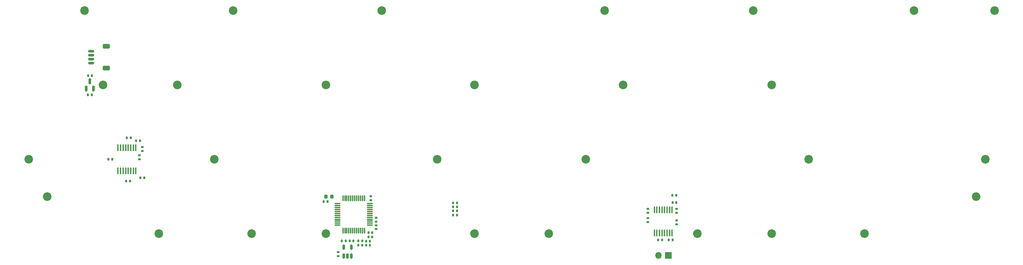
<source format=gbr>
%TF.GenerationSoftware,KiCad,Pcbnew,8.0.8*%
%TF.CreationDate,2025-05-05T21:28:19+02:00*%
%TF.ProjectId,ampersand,616d7065-7273-4616-9e64-2e6b69636164,rev?*%
%TF.SameCoordinates,Original*%
%TF.FileFunction,Soldermask,Bot*%
%TF.FilePolarity,Negative*%
%FSLAX46Y46*%
G04 Gerber Fmt 4.6, Leading zero omitted, Abs format (unit mm)*
G04 Created by KiCad (PCBNEW 8.0.8) date 2025-05-05 21:28:19*
%MOMM*%
%LPD*%
G01*
G04 APERTURE LIST*
G04 Aperture macros list*
%AMRoundRect*
0 Rectangle with rounded corners*
0 $1 Rounding radius*
0 $2 $3 $4 $5 $6 $7 $8 $9 X,Y pos of 4 corners*
0 Add a 4 corners polygon primitive as box body*
4,1,4,$2,$3,$4,$5,$6,$7,$8,$9,$2,$3,0*
0 Add four circle primitives for the rounded corners*
1,1,$1+$1,$2,$3*
1,1,$1+$1,$4,$5*
1,1,$1+$1,$6,$7*
1,1,$1+$1,$8,$9*
0 Add four rect primitives between the rounded corners*
20,1,$1+$1,$2,$3,$4,$5,0*
20,1,$1+$1,$4,$5,$6,$7,0*
20,1,$1+$1,$6,$7,$8,$9,0*
20,1,$1+$1,$8,$9,$2,$3,0*%
G04 Aperture macros list end*
%ADD10C,2.200000*%
%ADD11RoundRect,0.140000X-0.140000X-0.170000X0.140000X-0.170000X0.140000X0.170000X-0.140000X0.170000X0*%
%ADD12RoundRect,0.135000X-0.135000X-0.185000X0.135000X-0.185000X0.135000X0.185000X-0.135000X0.185000X0*%
%ADD13RoundRect,0.150000X0.150000X-0.512500X0.150000X0.512500X-0.150000X0.512500X-0.150000X-0.512500X0*%
%ADD14RoundRect,0.135000X0.185000X-0.135000X0.185000X0.135000X-0.185000X0.135000X-0.185000X-0.135000X0*%
%ADD15RoundRect,0.150000X0.150000X-0.587500X0.150000X0.587500X-0.150000X0.587500X-0.150000X-0.587500X0*%
%ADD16RoundRect,0.135000X-0.185000X0.135000X-0.185000X-0.135000X0.185000X-0.135000X0.185000X0.135000X0*%
%ADD17R,0.419100X1.778000*%
%ADD18RoundRect,0.225000X0.225000X0.250000X-0.225000X0.250000X-0.225000X-0.250000X0.225000X-0.250000X0*%
%ADD19RoundRect,0.140000X0.140000X0.170000X-0.140000X0.170000X-0.140000X-0.170000X0.140000X-0.170000X0*%
%ADD20RoundRect,0.140000X0.170000X-0.140000X0.170000X0.140000X-0.170000X0.140000X-0.170000X-0.140000X0*%
%ADD21RoundRect,0.135000X0.135000X0.185000X-0.135000X0.185000X-0.135000X-0.185000X0.135000X-0.185000X0*%
%ADD22RoundRect,0.140000X-0.170000X0.140000X-0.170000X-0.140000X0.170000X-0.140000X0.170000X0.140000X0*%
%ADD23R,1.700000X1.700000*%
%ADD24O,1.700000X1.700000*%
%ADD25RoundRect,0.150000X-0.625000X0.150000X-0.625000X-0.150000X0.625000X-0.150000X0.625000X0.150000X0*%
%ADD26RoundRect,0.250000X-0.650000X0.350000X-0.650000X-0.350000X0.650000X-0.350000X0.650000X0.350000X0*%
%ADD27RoundRect,0.075000X0.075000X-0.662500X0.075000X0.662500X-0.075000X0.662500X-0.075000X-0.662500X0*%
%ADD28RoundRect,0.075000X0.662500X-0.075000X0.662500X0.075000X-0.662500X0.075000X-0.662500X-0.075000X0*%
G04 APERTURE END LIST*
D10*
%TO.C,H10*%
X127000000Y-72231250D03*
%TD*%
%TO.C,H27*%
X79375000Y-91281250D03*
%TD*%
%TO.C,H19*%
X98425000Y-91281250D03*
%TD*%
%TO.C,H14*%
X55562500Y-91281250D03*
%TD*%
%TO.C,H2*%
X60325000Y-53192960D03*
%TD*%
%TO.C,H17*%
X155575000Y-91281250D03*
%TD*%
%TO.C,H15*%
X193675000Y-91281250D03*
%TD*%
%TO.C,H26*%
X212725000Y-91281250D03*
%TD*%
%TO.C,H16*%
X136525000Y-91281250D03*
%TD*%
%TO.C,H29*%
X265112500Y-81756250D03*
%TD*%
%TO.C,H6*%
X249237500Y-34131250D03*
%TD*%
%TO.C,H24*%
X174625000Y-53181250D03*
%TD*%
%TO.C,H28*%
X26987500Y-81756250D03*
%TD*%
%TO.C,H8*%
X212725000Y-53181250D03*
%TD*%
%TO.C,H7*%
X98425000Y-53181250D03*
%TD*%
%TO.C,H21*%
X41275000Y-53181250D03*
%TD*%
%TO.C,H13*%
X267493031Y-72231250D03*
%TD*%
%TO.C,H22*%
X74612500Y-34131250D03*
%TD*%
%TO.C,H25*%
X69850000Y-72231250D03*
%TD*%
%TO.C,H9*%
X269875000Y-34131250D03*
%TD*%
%TO.C,H12*%
X222250000Y-72231250D03*
%TD*%
%TO.C,H18*%
X136524999Y-53181249D03*
%TD*%
%TO.C,H5*%
X169862500Y-34131250D03*
%TD*%
%TO.C,H1*%
X36511781Y-34142960D03*
%TD*%
%TO.C,H20*%
X236537500Y-91281250D03*
%TD*%
%TO.C,H3*%
X22225000Y-72231250D03*
%TD*%
%TO.C,H4*%
X112711781Y-34142960D03*
%TD*%
%TO.C,H23*%
X207962500Y-34131250D03*
%TD*%
%TO.C,H11*%
X165100000Y-72231250D03*
%TD*%
D11*
%TO.C,C7*%
X108762618Y-94230474D03*
X109722618Y-94230474D03*
%TD*%
D12*
%TO.C,R10*%
X47192500Y-77787500D03*
X48212500Y-77787500D03*
%TD*%
%TO.C,R9*%
X47418750Y-66675000D03*
X48438750Y-66675000D03*
%TD*%
D13*
%TO.C,U4*%
X104931250Y-96981250D03*
X103981250Y-96981250D03*
X103031250Y-96981250D03*
X103031250Y-94706250D03*
X104931250Y-94706250D03*
%TD*%
D12*
%TO.C,R21*%
X50877500Y-76993750D03*
X51897500Y-76993750D03*
%TD*%
D14*
%TO.C,R8*%
X51387500Y-70076250D03*
X51387500Y-69056250D03*
%TD*%
D11*
%TO.C,C12*%
X104520079Y-93160507D03*
X105480079Y-93160507D03*
%TD*%
D15*
%TO.C,U2*%
X38843750Y-54118750D03*
X36943750Y-54118750D03*
X37893750Y-52243750D03*
%TD*%
D16*
%TO.C,R5*%
X111300526Y-87195741D03*
X111300526Y-88215741D03*
%TD*%
D12*
%TO.C,R3*%
X131052586Y-84435371D03*
X132072586Y-84435371D03*
%TD*%
D17*
%TO.C,U3*%
X49692050Y-75205590D03*
X49041810Y-75205590D03*
X48391570Y-75205590D03*
X47741330Y-75205590D03*
X47096170Y-75205590D03*
X46445930Y-75205590D03*
X45795690Y-75205590D03*
X45145450Y-75205590D03*
X45145450Y-69256910D03*
X45795690Y-69256910D03*
X46445930Y-69256910D03*
X47096170Y-69256910D03*
X47741330Y-69256910D03*
X48391570Y-69256910D03*
X49041810Y-69256910D03*
X49692050Y-69256910D03*
%TD*%
D18*
%TO.C,C5*%
X99993750Y-81756250D03*
X98443750Y-81756250D03*
%TD*%
D19*
%TO.C,C14*%
X188285000Y-83343750D03*
X187325000Y-83343750D03*
%TD*%
D11*
%TO.C,C1*%
X108743750Y-93208318D03*
X109703750Y-93208318D03*
%TD*%
D20*
%TO.C,C3*%
X111294969Y-90089624D03*
X111294969Y-89129624D03*
%TD*%
D17*
%TO.C,U5*%
X187217050Y-91080590D03*
X186566810Y-91080590D03*
X185916570Y-91080590D03*
X185266330Y-91080590D03*
X184621170Y-91080590D03*
X183970930Y-91080590D03*
X183320690Y-91080590D03*
X182670450Y-91080590D03*
X182670450Y-85131910D03*
X183320690Y-85131910D03*
X183970930Y-85131910D03*
X184621170Y-85131910D03*
X185266330Y-85131910D03*
X185916570Y-85131910D03*
X186566810Y-85131910D03*
X187217050Y-85131910D03*
%TD*%
D21*
%TO.C,R11*%
X107760946Y-94192967D03*
X106740946Y-94192967D03*
%TD*%
D12*
%TO.C,R1*%
X131040562Y-86512696D03*
X132060562Y-86512696D03*
%TD*%
%TO.C,R6*%
X42656250Y-72231250D03*
X43676250Y-72231250D03*
%TD*%
D14*
%TO.C,R19*%
X188354462Y-88900000D03*
X188354462Y-87880000D03*
%TD*%
D20*
%TO.C,C13*%
X101600000Y-97003750D03*
X101600000Y-96043750D03*
%TD*%
D12*
%TO.C,R2*%
X131041054Y-85448710D03*
X132061054Y-85448710D03*
%TD*%
D22*
%TO.C,C2*%
X109974860Y-81719588D03*
X109974860Y-82679588D03*
%TD*%
D23*
%TO.C,SW1*%
X186218750Y-96837500D03*
D24*
X183678750Y-96837500D03*
%TD*%
D19*
%TO.C,C10*%
X38380888Y-55706250D03*
X37420888Y-55706250D03*
%TD*%
D16*
%TO.C,R17*%
X180975000Y-87312500D03*
X180975000Y-88332500D03*
%TD*%
D25*
%TO.C,J1*%
X38275000Y-44537500D03*
X38275000Y-45537500D03*
X38275000Y-46537500D03*
X38275000Y-47537500D03*
D26*
X42150000Y-43237500D03*
X42150000Y-48837500D03*
%TD*%
D19*
%TO.C,C9*%
X38417327Y-50750000D03*
X37457327Y-50750000D03*
%TD*%
D21*
%TO.C,R13*%
X107769567Y-93130358D03*
X106749567Y-93130358D03*
%TD*%
%TO.C,R20*%
X187325000Y-92868750D03*
X186305000Y-92868750D03*
%TD*%
D12*
%TO.C,R16*%
X187295000Y-81476250D03*
X188315000Y-81476250D03*
%TD*%
D14*
%TO.C,R15*%
X188325000Y-85951250D03*
X188325000Y-84931250D03*
%TD*%
D11*
%TO.C,C8*%
X109371250Y-92118689D03*
X110331250Y-92118689D03*
%TD*%
D14*
%TO.C,R14*%
X180975000Y-85951250D03*
X180975000Y-84931250D03*
%TD*%
D12*
%TO.C,R4*%
X131046250Y-83398811D03*
X132066250Y-83398811D03*
%TD*%
D11*
%TO.C,C4*%
X109370583Y-91030799D03*
X110330583Y-91030799D03*
%TD*%
D12*
%TO.C,R12*%
X102523474Y-93163842D03*
X103543474Y-93163842D03*
%TD*%
D27*
%TO.C,U1*%
X108318750Y-90495367D03*
X107818750Y-90495367D03*
X107318750Y-90495367D03*
X106818750Y-90495367D03*
X106318750Y-90495367D03*
X105818750Y-90495367D03*
X105318750Y-90495367D03*
X104818750Y-90495367D03*
X104318750Y-90495367D03*
X103818750Y-90495367D03*
X103318750Y-90495367D03*
X102818750Y-90495367D03*
D28*
X101406250Y-89082867D03*
X101406250Y-88582867D03*
X101406250Y-88082867D03*
X101406250Y-87582867D03*
X101406250Y-87082867D03*
X101406250Y-86582867D03*
X101406250Y-86082867D03*
X101406250Y-85582867D03*
X101406250Y-85082867D03*
X101406250Y-84582867D03*
X101406250Y-84082867D03*
X101406250Y-83582867D03*
D27*
X102818750Y-82170367D03*
X103318750Y-82170367D03*
X103818750Y-82170367D03*
X104318750Y-82170367D03*
X104818750Y-82170367D03*
X105318750Y-82170367D03*
X105818750Y-82170367D03*
X106318750Y-82170367D03*
X106818750Y-82170367D03*
X107318750Y-82170367D03*
X107818750Y-82170367D03*
X108318750Y-82170367D03*
D28*
X109731250Y-83582867D03*
X109731250Y-84082867D03*
X109731250Y-84582867D03*
X109731250Y-85082867D03*
X109731250Y-85582867D03*
X109731250Y-86082867D03*
X109731250Y-86582867D03*
X109731250Y-87082867D03*
X109731250Y-87582867D03*
X109731250Y-88082867D03*
X109731250Y-88582867D03*
X109731250Y-89082867D03*
%TD*%
D14*
%TO.C,R7*%
X50593750Y-72231250D03*
X50593750Y-71211250D03*
%TD*%
D21*
%TO.C,R18*%
X184638884Y-92868750D03*
X183618884Y-92868750D03*
%TD*%
D19*
%TO.C,C6*%
X98852620Y-83055658D03*
X97892620Y-83055658D03*
%TD*%
%TO.C,C11*%
X50760000Y-67468750D03*
X49800000Y-67468750D03*
%TD*%
M02*

</source>
